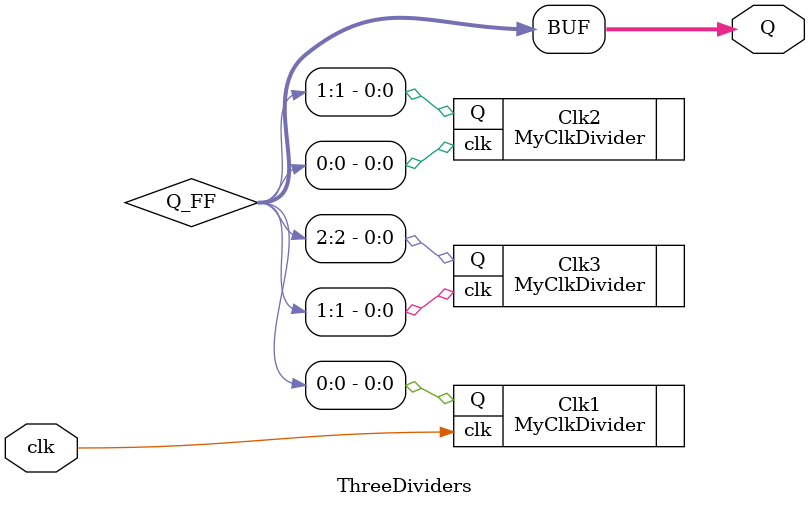
<source format=v>
module ThreeDividers (input clk, output [2:0] Q);
	 wire [2:0] Q_FF;
	 MyClkDivider Clk1 (.clk(clk), .Q(Q_FF[0]));
	 MyClkDivider Clk2 (.clk(Q_FF[0]), .Q(Q_FF[1]));
	 MyClkDivider Clk3 (.clk(Q_FF[1]), .Q(Q_FF[2]));
	 assign Q[2:0] = Q_FF[2:0];
endmodule

</source>
